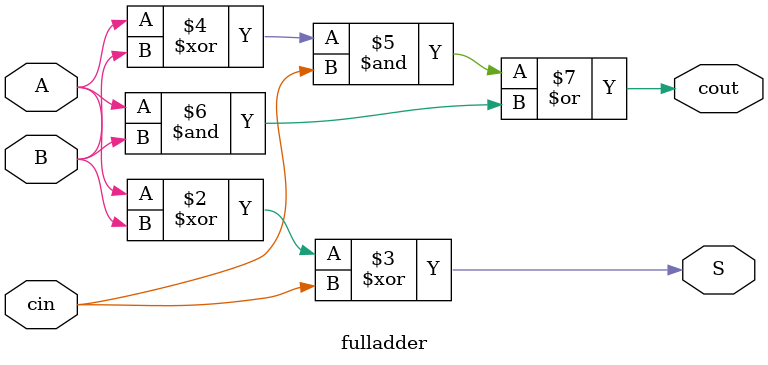
<source format=v>
`timescale 1ns / 1ps
module fulladder(
    input A,
    input B,
    input cin,
    output reg cout,
    output reg S
    );

always @(*) begin
    S = (A ^ B) ^ cin;
    cout = ((A ^ B) & cin) | (A & B);
end


endmodule

</source>
